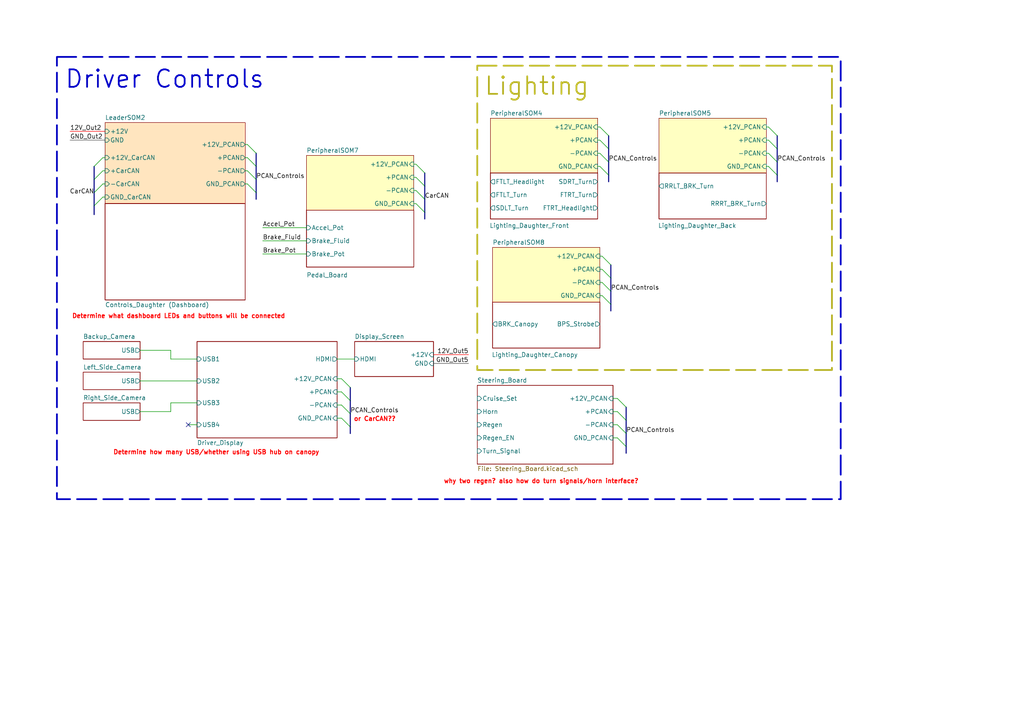
<source format=kicad_sch>
(kicad_sch
	(version 20250114)
	(generator "eeschema")
	(generator_version "9.0")
	(uuid "00b14a7a-5a30-456c-ade6-d9fb3bc1a72c")
	(paper "A4")
	(lib_symbols)
	(rectangle
		(start 16.51 16.51)
		(end 243.84 144.78)
		(stroke
			(width 0.508)
			(type dash)
		)
		(fill
			(type none)
		)
		(uuid 17bb2690-2eba-4159-a025-8cd7618a441d)
	)
	(rectangle
		(start 138.43 19.05)
		(end 241.3 107.315)
		(stroke
			(width 0.508)
			(type dash)
			(color 183 178 33 1)
		)
		(fill
			(type none)
		)
		(uuid ab47a0b1-fbc6-457b-b109-95a2a476a350)
	)
	(text "Lighting"
		(exclude_from_sim no)
		(at 155.702 25.146 0)
		(effects
			(font
				(size 5.08 5.08)
				(thickness 0.508)
				(bold yes)
				(color 183 178 33 1)
			)
		)
		(uuid "32da03be-3dbd-4d4e-aced-7953eeba6f1b")
	)
	(text "Driver Controls"
		(exclude_from_sim no)
		(at 47.752 23.114 0)
		(effects
			(font
				(size 5.08 5.08)
				(thickness 0.508)
				(bold yes)
			)
		)
		(uuid "4dc37d12-56db-4c8e-ba20-1a7c405c48cc")
	)
	(text "Determine what dashboard LEDs and buttons will be connected"
		(exclude_from_sim no)
		(at 51.816 91.821 0)
		(effects
			(font
				(size 1.27 1.27)
				(thickness 0.254)
				(bold yes)
				(color 254 0 0 1)
			)
		)
		(uuid "56b90a55-0da0-4f34-8b2c-17564825f030")
	)
	(text "why two regen? also how do turn signals/horn interface?"
		(exclude_from_sim no)
		(at 156.972 139.7 0)
		(effects
			(font
				(size 1.27 1.27)
				(thickness 0.254)
				(bold yes)
				(color 254 0 0 1)
			)
		)
		(uuid "816174e3-e9f2-419c-b317-ae13dc4ba9f3")
	)
	(text "Determine how many USB/whether using USB hub on canopy"
		(exclude_from_sim no)
		(at 62.738 131.318 0)
		(effects
			(font
				(size 1.27 1.27)
				(thickness 0.254)
				(bold yes)
				(color 254 0 0 1)
			)
		)
		(uuid "92320917-ea8f-4108-bc03-eb8cbdddfe0d")
	)
	(text "or CarCAN??"
		(exclude_from_sim no)
		(at 108.712 121.666 0)
		(effects
			(font
				(size 1.27 1.27)
				(thickness 0.254)
				(bold yes)
				(color 254 0 0 1)
			)
		)
		(uuid "f9968e35-8903-4a5a-a1d1-728a49194d13")
	)
	(no_connect
		(at 54.61 123.19)
		(uuid "0618721a-de9b-43d5-a072-9225a5fbd36a")
	)
	(bus_entry
		(at 99.06 109.855)
		(size 2.54 2.54)
		(stroke
			(width 0)
			(type default)
		)
		(uuid "05526cab-db14-48ef-b17c-97a93b95ee81")
	)
	(bus_entry
		(at 27.305 59.69)
		(size 2.54 -2.54)
		(stroke
			(width 0)
			(type default)
		)
		(uuid "0c0e7be8-bd42-4b52-9075-4cd2effa61d3")
	)
	(bus_entry
		(at 27.305 52.07)
		(size 2.54 -2.54)
		(stroke
			(width 0)
			(type default)
		)
		(uuid "0e4fedbd-7da9-48c8-8918-617c8f3796cb")
	)
	(bus_entry
		(at 173.99 40.64)
		(size 2.54 2.54)
		(stroke
			(width 0)
			(type default)
		)
		(uuid "0eb8470c-8911-4410-8676-cb399fc7dd55")
	)
	(bus_entry
		(at 173.99 44.45)
		(size 2.54 2.54)
		(stroke
			(width 0)
			(type default)
		)
		(uuid "148d6f4d-9ad6-4052-b97f-3997da0e7d11")
	)
	(bus_entry
		(at 71.755 49.53)
		(size 2.54 2.54)
		(stroke
			(width 0)
			(type default)
		)
		(uuid "16347595-b12f-4c1c-b588-b86871b4b7c1")
	)
	(bus_entry
		(at 179.07 119.38)
		(size 2.54 2.54)
		(stroke
			(width 0)
			(type default)
		)
		(uuid "2d9faa60-2abb-41d8-8f3b-8677e57fd228")
	)
	(bus_entry
		(at 222.885 40.64)
		(size 2.54 2.54)
		(stroke
			(width 0)
			(type default)
		)
		(uuid "2ea2c4c6-671a-49fb-a260-e5af48fca24f")
	)
	(bus_entry
		(at 222.885 48.26)
		(size 2.54 2.54)
		(stroke
			(width 0)
			(type default)
		)
		(uuid "3406712d-d4b3-49c1-a34d-2272bb41bbf5")
	)
	(bus_entry
		(at 174.625 74.295)
		(size 2.54 2.54)
		(stroke
			(width 0)
			(type default)
		)
		(uuid "5bbe53a2-1f6e-4ba2-bdd7-b06f289e2d2f")
	)
	(bus_entry
		(at 174.625 81.915)
		(size 2.54 2.54)
		(stroke
			(width 0)
			(type default)
		)
		(uuid "6595d7dc-0889-4568-8320-38289987af57")
	)
	(bus_entry
		(at 174.625 85.725)
		(size 2.54 2.54)
		(stroke
			(width 0)
			(type default)
		)
		(uuid "65b6d894-44ff-43c6-b08e-0b22647fd172")
	)
	(bus_entry
		(at 71.755 53.34)
		(size 2.54 2.54)
		(stroke
			(width 0)
			(type default)
		)
		(uuid "68f2d4dd-51a8-477a-b2e5-567a9d865ece")
	)
	(bus_entry
		(at 173.99 48.26)
		(size 2.54 2.54)
		(stroke
			(width 0)
			(type default)
		)
		(uuid "6a8f28a4-747a-439b-a42c-2f04aa1dd4e8")
	)
	(bus_entry
		(at 99.06 121.285)
		(size 2.54 2.54)
		(stroke
			(width 0)
			(type default)
		)
		(uuid "6f800c5b-bfe5-4043-abfb-64f18b09ad47")
	)
	(bus_entry
		(at 222.885 36.83)
		(size 2.54 2.54)
		(stroke
			(width 0)
			(type default)
		)
		(uuid "71294209-185d-4b19-8f60-ed275c1898dd")
	)
	(bus_entry
		(at 174.625 78.105)
		(size 2.54 2.54)
		(stroke
			(width 0)
			(type default)
		)
		(uuid "7a3f4b27-6599-4fef-8f8e-439002eb0ee1")
	)
	(bus_entry
		(at 179.07 127)
		(size 2.54 2.54)
		(stroke
			(width 0)
			(type default)
		)
		(uuid "7c667d0e-1613-4dd6-8407-d53fd35d1a75")
	)
	(bus_entry
		(at 27.305 55.88)
		(size 2.54 -2.54)
		(stroke
			(width 0)
			(type default)
		)
		(uuid "87d002d8-9d92-461e-8e5c-85844e7c11a9")
	)
	(bus_entry
		(at 173.99 36.83)
		(size 2.54 2.54)
		(stroke
			(width 0)
			(type default)
		)
		(uuid "8ca3dca4-ed6b-4cdb-89f5-201755d1c9e3")
	)
	(bus_entry
		(at 120.65 59.055)
		(size 2.54 2.54)
		(stroke
			(width 0)
			(type default)
		)
		(uuid "9416b214-f940-4615-b018-9e6e6cbdd085")
	)
	(bus_entry
		(at 120.65 55.245)
		(size 2.54 2.54)
		(stroke
			(width 0)
			(type default)
		)
		(uuid "b09a5eb1-b7e8-41f6-81c8-e3a6ccc98a3c")
	)
	(bus_entry
		(at 120.65 47.625)
		(size 2.54 2.54)
		(stroke
			(width 0)
			(type default)
		)
		(uuid "b639aebe-22f7-4a70-b6d6-5543377ee3d6")
	)
	(bus_entry
		(at 27.305 48.26)
		(size 2.54 -2.54)
		(stroke
			(width 0)
			(type default)
		)
		(uuid "b76be59f-2cb6-4146-9a89-8ec887ccd1e5")
	)
	(bus_entry
		(at 120.65 51.435)
		(size 2.54 2.54)
		(stroke
			(width 0)
			(type default)
		)
		(uuid "c4e206fe-9f6e-4691-9285-bf9b251c6efe")
	)
	(bus_entry
		(at 99.06 113.665)
		(size 2.54 2.54)
		(stroke
			(width 0)
			(type default)
		)
		(uuid "cad519a7-a00b-4298-98e5-67a0685720c8")
	)
	(bus_entry
		(at 179.07 123.19)
		(size 2.54 2.54)
		(stroke
			(width 0)
			(type default)
		)
		(uuid "d1bcc467-7e73-4386-97d2-ef4a90d55af7")
	)
	(bus_entry
		(at 179.07 115.57)
		(size 2.54 2.54)
		(stroke
			(width 0)
			(type default)
		)
		(uuid "d2092f05-ba5e-4f7f-ac15-6d5c8c154aed")
	)
	(bus_entry
		(at 222.885 44.45)
		(size 2.54 2.54)
		(stroke
			(width 0)
			(type default)
		)
		(uuid "e415ee33-4dad-4fdc-88ca-618f512218d0")
	)
	(bus_entry
		(at 99.06 117.475)
		(size 2.54 2.54)
		(stroke
			(width 0)
			(type default)
		)
		(uuid "e8c21395-7d3e-41e4-9243-38e5ecd002b6")
	)
	(bus_entry
		(at 71.755 45.72)
		(size 2.54 2.54)
		(stroke
			(width 0)
			(type default)
		)
		(uuid "fc3b7438-10eb-4e81-b49c-e5ccb0f18858")
	)
	(bus_entry
		(at 71.755 41.91)
		(size 2.54 2.54)
		(stroke
			(width 0)
			(type default)
		)
		(uuid "fdb7002c-5631-4a1c-858a-a2a41c0905d2")
	)
	(wire
		(pts
			(xy 97.79 113.665) (xy 99.06 113.665)
		)
		(stroke
			(width 0)
			(type default)
		)
		(uuid "03233e9c-d0f3-4bd5-ad40-d56248b6bd7b")
	)
	(wire
		(pts
			(xy 120.015 59.055) (xy 120.65 59.055)
		)
		(stroke
			(width 0)
			(type default)
		)
		(uuid "074ac8ea-8575-433e-91ef-9ef41bc1b640")
	)
	(bus
		(pts
			(xy 181.61 125.73) (xy 181.61 129.54)
		)
		(stroke
			(width 0)
			(type default)
		)
		(uuid "09826d1f-bfe2-4b55-b230-1af041b8bfbc")
	)
	(wire
		(pts
			(xy 177.8 123.19) (xy 179.07 123.19)
		)
		(stroke
			(width 0)
			(type default)
		)
		(uuid "0a24f816-abe6-4d36-b5e5-4219d98e5903")
	)
	(bus
		(pts
			(xy 177.165 84.455) (xy 177.165 88.265)
		)
		(stroke
			(width 0)
			(type default)
		)
		(uuid "1090660d-8612-4cbc-b9b9-a1a6a827c14d")
	)
	(bus
		(pts
			(xy 123.19 53.975) (xy 123.19 57.785)
		)
		(stroke
			(width 0)
			(type default)
		)
		(uuid "149e8ef1-aff8-4433-afcd-2ecc4f598119")
	)
	(wire
		(pts
			(xy 173.355 36.83) (xy 173.99 36.83)
		)
		(stroke
			(width 0)
			(type default)
		)
		(uuid "17d875eb-819b-4614-b58c-689ae6da0c87")
	)
	(wire
		(pts
			(xy 120.015 47.625) (xy 120.65 47.625)
		)
		(stroke
			(width 0)
			(type default)
		)
		(uuid "1a0ad2a8-60d8-490b-8447-e8c17325fd1a")
	)
	(wire
		(pts
			(xy 97.79 121.285) (xy 99.06 121.285)
		)
		(stroke
			(width 0)
			(type default)
		)
		(uuid "1e4bf154-aff8-4f50-90f7-fe6f5ed42a20")
	)
	(wire
		(pts
			(xy 76.2 66.04) (xy 88.9 66.04)
		)
		(stroke
			(width 0)
			(type default)
		)
		(uuid "2232b283-159a-4d11-a08c-931dacea205e")
	)
	(wire
		(pts
			(xy 20.32 40.64) (xy 30.48 40.64)
		)
		(stroke
			(width 0)
			(type default)
			(color 72 72 72 1)
		)
		(uuid "28a43c97-a109-44c1-abe9-d5ebd7c88ea2")
	)
	(bus
		(pts
			(xy 181.61 121.92) (xy 181.61 125.73)
		)
		(stroke
			(width 0)
			(type default)
		)
		(uuid "293fae6c-8d0f-4514-96e8-4bb3ca3a31db")
	)
	(bus
		(pts
			(xy 74.295 44.45) (xy 74.295 48.26)
		)
		(stroke
			(width 0)
			(type default)
		)
		(uuid "2b643977-4540-46e8-9b63-c4c915ba0c57")
	)
	(bus
		(pts
			(xy 74.295 52.07) (xy 74.295 55.88)
		)
		(stroke
			(width 0)
			(type default)
		)
		(uuid "2cba8e65-8e61-4ab7-9ca3-e274d4c0d188")
	)
	(wire
		(pts
			(xy 97.79 117.475) (xy 99.06 117.475)
		)
		(stroke
			(width 0)
			(type default)
		)
		(uuid "3039f92f-d86d-4a6c-acbb-4995166e5b5a")
	)
	(wire
		(pts
			(xy 54.61 123.19) (xy 57.15 123.19)
		)
		(stroke
			(width 0)
			(type default)
		)
		(uuid "32c9a8dd-0504-425e-8497-1129096cdc27")
	)
	(wire
		(pts
			(xy 135.89 105.41) (xy 125.73 105.41)
		)
		(stroke
			(width 0)
			(type default)
			(color 72 72 72 1)
		)
		(uuid "32f396b8-c125-4df6-85a4-4f17b165913f")
	)
	(wire
		(pts
			(xy 173.355 48.26) (xy 173.99 48.26)
		)
		(stroke
			(width 0)
			(type default)
		)
		(uuid "35f240ac-e153-4a5d-af8a-29d635cd92bc")
	)
	(wire
		(pts
			(xy 71.12 41.91) (xy 71.755 41.91)
		)
		(stroke
			(width 0)
			(type default)
		)
		(uuid "36b9abed-0a5c-4677-9fd5-acb6a8d3222c")
	)
	(bus
		(pts
			(xy 27.305 52.07) (xy 27.305 55.88)
		)
		(stroke
			(width 0)
			(type default)
		)
		(uuid "3911ac69-a108-47da-b347-d3d607bf0810")
	)
	(bus
		(pts
			(xy 176.53 50.8) (xy 176.53 52.705)
		)
		(stroke
			(width 0)
			(type default)
		)
		(uuid "3bec3352-b158-4f01-b5ba-06b986ae0318")
	)
	(wire
		(pts
			(xy 177.8 115.57) (xy 179.07 115.57)
		)
		(stroke
			(width 0)
			(type default)
		)
		(uuid "3d699a53-ef40-4ad5-a982-1aa8836227a3")
	)
	(bus
		(pts
			(xy 176.53 46.99) (xy 176.53 50.8)
		)
		(stroke
			(width 0)
			(type default)
		)
		(uuid "470cfe5e-08fd-4d77-a0bc-84c75502dfd5")
	)
	(wire
		(pts
			(xy 40.64 101.6) (xy 49.53 101.6)
		)
		(stroke
			(width 0)
			(type default)
		)
		(uuid "495d275c-6c65-416a-97a2-e66fe9829d85")
	)
	(bus
		(pts
			(xy 176.53 39.37) (xy 176.53 43.18)
		)
		(stroke
			(width 0)
			(type default)
		)
		(uuid "4ebddea4-cf36-44c2-8d76-183f12c82e55")
	)
	(wire
		(pts
			(xy 222.25 40.64) (xy 222.885 40.64)
		)
		(stroke
			(width 0)
			(type default)
		)
		(uuid "516d1364-92ad-468b-8e41-658ffed85b2f")
	)
	(bus
		(pts
			(xy 225.425 46.99) (xy 225.425 50.8)
		)
		(stroke
			(width 0)
			(type default)
		)
		(uuid "51bc3a0e-0c04-40c9-b032-1cf83788cbd5")
	)
	(bus
		(pts
			(xy 123.19 61.595) (xy 123.19 63.5)
		)
		(stroke
			(width 0)
			(type default)
		)
		(uuid "51c4cccb-c16e-4f23-9a4f-2668a03fc3c6")
	)
	(wire
		(pts
			(xy 97.79 104.14) (xy 102.87 104.14)
		)
		(stroke
			(width 0)
			(type default)
		)
		(uuid "527c79ce-97fe-444c-8e04-24ba5a45606e")
	)
	(wire
		(pts
			(xy 76.2 73.66) (xy 88.9 73.66)
		)
		(stroke
			(width 0)
			(type default)
		)
		(uuid "554e7790-a3ba-40b5-80f1-73c5e4157c01")
	)
	(wire
		(pts
			(xy 29.845 49.53) (xy 30.48 49.53)
		)
		(stroke
			(width 0)
			(type default)
		)
		(uuid "58c5b42e-1ce9-408a-a692-df5c370f64e5")
	)
	(wire
		(pts
			(xy 222.25 36.83) (xy 222.885 36.83)
		)
		(stroke
			(width 0)
			(type default)
		)
		(uuid "59a31737-5c5d-4ee6-8b98-b3ab14296596")
	)
	(wire
		(pts
			(xy 222.25 44.45) (xy 222.885 44.45)
		)
		(stroke
			(width 0)
			(type default)
		)
		(uuid "5aa51f98-a079-4efd-b66b-20a0517b4779")
	)
	(bus
		(pts
			(xy 225.425 39.37) (xy 225.425 43.18)
		)
		(stroke
			(width 0)
			(type default)
		)
		(uuid "5d2cd2f5-5861-4da3-9ea0-f14ce80c93bf")
	)
	(wire
		(pts
			(xy 20.32 38.1) (xy 30.48 38.1)
		)
		(stroke
			(width 0)
			(type default)
			(color 254 0 0 1)
		)
		(uuid "5fd95a35-d720-488f-bef6-33834dc1249e")
	)
	(bus
		(pts
			(xy 27.305 55.88) (xy 27.305 59.69)
		)
		(stroke
			(width 0)
			(type default)
		)
		(uuid "61933fed-67bf-4719-ae9f-e993fb481b79")
	)
	(bus
		(pts
			(xy 225.425 50.8) (xy 225.425 52.705)
		)
		(stroke
			(width 0)
			(type default)
		)
		(uuid "65e22cc2-8d38-44ea-b97a-9187c3ca3582")
	)
	(bus
		(pts
			(xy 101.6 120.015) (xy 101.6 123.825)
		)
		(stroke
			(width 0)
			(type default)
		)
		(uuid "6d7eb085-d8fe-485e-a5f7-a7a466a8df64")
	)
	(bus
		(pts
			(xy 101.6 112.395) (xy 101.6 116.205)
		)
		(stroke
			(width 0)
			(type default)
		)
		(uuid "78bed779-ffcb-4ea5-9260-94f6b46107a7")
	)
	(bus
		(pts
			(xy 181.61 118.11) (xy 181.61 121.92)
		)
		(stroke
			(width 0)
			(type default)
		)
		(uuid "7c1f8fe2-b6e0-4132-a281-9ebb340e414f")
	)
	(wire
		(pts
			(xy 29.845 57.15) (xy 30.48 57.15)
		)
		(stroke
			(width 0)
			(type default)
		)
		(uuid "82494150-fa47-4d55-a157-b57d1e30ef65")
	)
	(wire
		(pts
			(xy 29.845 53.34) (xy 30.48 53.34)
		)
		(stroke
			(width 0)
			(type default)
		)
		(uuid "82c18c87-224a-4617-83b1-2a609f6c76da")
	)
	(wire
		(pts
			(xy 71.12 49.53) (xy 71.755 49.53)
		)
		(stroke
			(width 0)
			(type default)
		)
		(uuid "853d6c2b-7add-406b-9469-7988f15c37a9")
	)
	(bus
		(pts
			(xy 74.295 55.88) (xy 74.295 57.785)
		)
		(stroke
			(width 0)
			(type default)
		)
		(uuid "8561e524-dfbc-475c-92a2-b2aeb925497e")
	)
	(wire
		(pts
			(xy 173.355 44.45) (xy 173.99 44.45)
		)
		(stroke
			(width 0)
			(type default)
		)
		(uuid "899b5a47-888f-4c9d-b845-0ea2f45dab35")
	)
	(wire
		(pts
			(xy 49.53 101.6) (xy 49.53 104.14)
		)
		(stroke
			(width 0)
			(type default)
		)
		(uuid "91d790ba-fe89-4ef4-bd51-607d49392105")
	)
	(wire
		(pts
			(xy 173.99 81.915) (xy 174.625 81.915)
		)
		(stroke
			(width 0)
			(type default)
		)
		(uuid "9607f342-99b5-47c5-9484-3bc41b3c3b34")
	)
	(wire
		(pts
			(xy 173.99 78.105) (xy 174.625 78.105)
		)
		(stroke
			(width 0)
			(type default)
		)
		(uuid "9eb1da9b-ace3-4bd9-b4c6-7640ffb00ee3")
	)
	(bus
		(pts
			(xy 27.305 59.69) (xy 27.305 62.23)
		)
		(stroke
			(width 0)
			(type default)
		)
		(uuid "a4772db1-f814-4b36-bdb5-aa899a3c55b3")
	)
	(wire
		(pts
			(xy 173.355 40.64) (xy 173.99 40.64)
		)
		(stroke
			(width 0)
			(type default)
		)
		(uuid "a4f5414f-008a-4343-8f16-bc11beec7c3c")
	)
	(bus
		(pts
			(xy 177.165 76.835) (xy 177.165 80.645)
		)
		(stroke
			(width 0)
			(type default)
		)
		(uuid "a8608cba-104e-49b2-8cab-42edd217e29a")
	)
	(wire
		(pts
			(xy 177.8 127) (xy 179.07 127)
		)
		(stroke
			(width 0)
			(type default)
		)
		(uuid "b1df3033-48bd-4365-aea2-be24c0833aa3")
	)
	(wire
		(pts
			(xy 173.99 74.295) (xy 174.625 74.295)
		)
		(stroke
			(width 0)
			(type default)
		)
		(uuid "b3ed95fc-1d6b-4a3c-a670-9057838fdb03")
	)
	(wire
		(pts
			(xy 71.12 45.72) (xy 71.755 45.72)
		)
		(stroke
			(width 0)
			(type default)
		)
		(uuid "b4ac9629-3fec-4742-96c8-68aea2d6967e")
	)
	(wire
		(pts
			(xy 49.53 119.38) (xy 49.53 116.84)
		)
		(stroke
			(width 0)
			(type default)
		)
		(uuid "b6eaabfc-3cc6-43e3-9685-1594895abb56")
	)
	(wire
		(pts
			(xy 173.99 85.725) (xy 174.625 85.725)
		)
		(stroke
			(width 0)
			(type default)
		)
		(uuid "b7b15e4a-eeec-4d4a-b2bb-dd5cee56284f")
	)
	(bus
		(pts
			(xy 176.53 43.18) (xy 176.53 46.99)
		)
		(stroke
			(width 0)
			(type default)
		)
		(uuid "bc921b3d-6eed-4a29-8861-7df37ceefa31")
	)
	(wire
		(pts
			(xy 177.8 119.38) (xy 179.07 119.38)
		)
		(stroke
			(width 0)
			(type default)
		)
		(uuid "c1c14292-62a1-4a82-bcd0-8a46013c88d2")
	)
	(bus
		(pts
			(xy 225.425 43.18) (xy 225.425 46.99)
		)
		(stroke
			(width 0)
			(type default)
		)
		(uuid "c499d3e3-ad55-4334-b90f-15b7b26cf194")
	)
	(wire
		(pts
			(xy 40.64 119.38) (xy 49.53 119.38)
		)
		(stroke
			(width 0)
			(type default)
		)
		(uuid "c813590d-1549-4773-9402-fa8261970578")
	)
	(wire
		(pts
			(xy 76.2 69.85) (xy 88.9 69.85)
		)
		(stroke
			(width 0)
			(type default)
		)
		(uuid "d1c6756c-fc80-4304-ab64-f880aec502c2")
	)
	(wire
		(pts
			(xy 135.89 102.87) (xy 125.73 102.87)
		)
		(stroke
			(width 0)
			(type default)
			(color 254 0 0 1)
		)
		(uuid "d3dc7020-4388-4d19-ae13-fad74b26aa57")
	)
	(bus
		(pts
			(xy 27.305 48.26) (xy 27.305 52.07)
		)
		(stroke
			(width 0)
			(type default)
		)
		(uuid "d77a8629-8155-49f1-944f-88104830325f")
	)
	(wire
		(pts
			(xy 222.25 48.26) (xy 222.885 48.26)
		)
		(stroke
			(width 0)
			(type default)
		)
		(uuid "d8be4d8f-b03b-4c4b-af4f-0fdb47957251")
	)
	(wire
		(pts
			(xy 40.64 110.49) (xy 57.15 110.49)
		)
		(stroke
			(width 0)
			(type default)
		)
		(uuid "d9d4cad3-e5cb-466d-96b9-fe670410d9c7")
	)
	(wire
		(pts
			(xy 49.53 116.84) (xy 57.15 116.84)
		)
		(stroke
			(width 0)
			(type default)
		)
		(uuid "dd9cf567-b5d8-4d0b-9ee5-b6134843b718")
	)
	(bus
		(pts
			(xy 74.295 48.26) (xy 74.295 52.07)
		)
		(stroke
			(width 0)
			(type default)
		)
		(uuid "dfea43cd-6c32-47fb-aaed-ed573cd23277")
	)
	(bus
		(pts
			(xy 177.165 88.265) (xy 177.165 90.17)
		)
		(stroke
			(width 0)
			(type default)
		)
		(uuid "e84ad596-2e4e-4290-a6d5-a558a84ed63d")
	)
	(wire
		(pts
			(xy 29.845 45.72) (xy 30.48 45.72)
		)
		(stroke
			(width 0)
			(type default)
		)
		(uuid "e8ae382f-e766-49ef-b572-0ba73c9b3662")
	)
	(bus
		(pts
			(xy 123.19 50.165) (xy 123.19 53.975)
		)
		(stroke
			(width 0)
			(type default)
		)
		(uuid "eb480a22-c45e-465c-a207-e8bcdec77ea5")
	)
	(wire
		(pts
			(xy 120.015 55.245) (xy 120.65 55.245)
		)
		(stroke
			(width 0)
			(type default)
		)
		(uuid "ec0d1f64-ec7a-46c5-a329-6e1cfc8dd2f0")
	)
	(wire
		(pts
			(xy 49.53 104.14) (xy 57.15 104.14)
		)
		(stroke
			(width 0)
			(type default)
		)
		(uuid "ec1d3f4d-dc7c-493c-874d-70bfbc6d8a3d")
	)
	(bus
		(pts
			(xy 123.19 57.785) (xy 123.19 61.595)
		)
		(stroke
			(width 0)
			(type default)
		)
		(uuid "ece1f32c-6ef1-497a-9d84-da10172d1eaf")
	)
	(bus
		(pts
			(xy 101.6 116.205) (xy 101.6 120.015)
		)
		(stroke
			(width 0)
			(type default)
		)
		(uuid "eea34bf5-b915-4248-ade9-d7c6c9ec82fb")
	)
	(bus
		(pts
			(xy 181.61 129.54) (xy 181.61 131.445)
		)
		(stroke
			(width 0)
			(type default)
		)
		(uuid "f0f2e969-6959-4a72-af41-338737b35713")
	)
	(wire
		(pts
			(xy 120.015 51.435) (xy 120.65 51.435)
		)
		(stroke
			(width 0)
			(type default)
		)
		(uuid "f3f3b7e9-033c-4f70-8e4f-b2d2a7be877e")
	)
	(bus
		(pts
			(xy 177.165 80.645) (xy 177.165 84.455)
		)
		(stroke
			(width 0)
			(type default)
		)
		(uuid "f51b5bbf-c6d5-4521-ab8f-f012f3d7bfcc")
	)
	(wire
		(pts
			(xy 97.79 109.855) (xy 99.06 109.855)
		)
		(stroke
			(width 0)
			(type default)
		)
		(uuid "f8ebee79-bb7c-4000-8d0f-3b5c881be281")
	)
	(wire
		(pts
			(xy 71.12 53.34) (xy 71.755 53.34)
		)
		(stroke
			(width 0)
			(type default)
		)
		(uuid "fd1565a7-3c63-406b-ad47-68ef9abf0df1")
	)
	(bus
		(pts
			(xy 101.6 123.825) (xy 101.6 125.73)
		)
		(stroke
			(width 0)
			(type default)
		)
		(uuid "ff6eb475-c8ba-4a75-ab5b-df7a899d77fa")
	)
	(label "PCAN_Controls"
		(at 177.165 84.455 0)
		(effects
			(font
				(size 1.27 1.27)
			)
			(justify left bottom)
		)
		(uuid "26f70763-a51d-4479-a4ec-6132c7e107fc")
	)
	(label "GND_Out2"
		(at 20.32 40.64 0)
		(effects
			(font
				(size 1.27 1.27)
			)
			(justify left bottom)
		)
		(uuid "313aaff9-4caf-4ad0-ac3a-3b8b152792e1")
	)
	(label "Brake_Pot"
		(at 76.2 73.66 0)
		(effects
			(font
				(size 1.27 1.27)
			)
			(justify left bottom)
		)
		(uuid "456d3658-509b-43fc-ac8c-6ea3fca987c4")
	)
	(label "CarCAN"
		(at 27.305 56.515 180)
		(effects
			(font
				(size 1.27 1.27)
			)
			(justify right bottom)
		)
		(uuid "482e143c-3a7a-479c-8f5b-233d34d06ff5")
	)
	(label "Brake_Fluid"
		(at 76.2 69.85 0)
		(effects
			(font
				(size 1.27 1.27)
			)
			(justify left bottom)
		)
		(uuid "6a3c16ef-908a-465d-ab68-864fe1c5ba70")
	)
	(label "12V_Out2"
		(at 20.32 38.1 0)
		(effects
			(font
				(size 1.27 1.27)
			)
			(justify left bottom)
		)
		(uuid "7409ccf7-dea1-43b4-9197-2ee3bbe8a962")
	)
	(label "PCAN_Controls"
		(at 181.61 125.73 0)
		(effects
			(font
				(size 1.27 1.27)
			)
			(justify left bottom)
		)
		(uuid "7c86c887-0849-4638-8cde-965c886283b9")
	)
	(label "PCAN_Controls"
		(at 176.53 46.99 0)
		(effects
			(font
				(size 1.27 1.27)
			)
			(justify left bottom)
		)
		(uuid "7e5ec375-316a-4b70-843d-f14b223083c1")
	)
	(label "PCAN_Controls"
		(at 101.6 120.015 0)
		(effects
			(font
				(size 1.27 1.27)
			)
			(justify left bottom)
		)
		(uuid "87952527-e4bd-4790-bda2-653bebdd2d1b")
	)
	(label "GND_Out5"
		(at 135.89 105.41 180)
		(effects
			(font
				(size 1.27 1.27)
			)
			(justify right bottom)
		)
		(uuid "99df2577-f660-40c1-8c54-0959d6932917")
	)
	(label "12V_Out5"
		(at 135.89 102.87 180)
		(effects
			(font
				(size 1.27 1.27)
			)
			(justify right bottom)
		)
		(uuid "c1eca027-127e-482a-955c-697f70879651")
	)
	(label "Accel_Pot"
		(at 76.2 66.04 0)
		(effects
			(font
				(size 1.27 1.27)
			)
			(justify left bottom)
		)
		(uuid "c94155a3-cc25-45fd-822d-942ab55d33de")
	)
	(label "CarCAN"
		(at 123.19 57.785 0)
		(effects
			(font
				(size 1.27 1.27)
			)
			(justify left bottom)
		)
		(uuid "cae79ae3-3eac-40df-8ae9-0650fd0240d4")
	)
	(label "PCAN_Controls"
		(at 225.425 46.99 0)
		(effects
			(font
				(size 1.27 1.27)
			)
			(justify left bottom)
		)
		(uuid "cc57cf13-cb36-476f-9481-4969a500e80b")
	)
	(label "PCAN_Controls"
		(at 74.295 52.07 0)
		(effects
			(font
				(size 1.27 1.27)
			)
			(justify left bottom)
		)
		(uuid "dbbbfff8-3d84-4c1f-94be-a2bf8c068119")
	)
	(sheet
		(at 102.87 99.06)
		(size 22.86 10.16)
		(exclude_from_sim no)
		(in_bom yes)
		(on_board yes)
		(dnp no)
		(fields_autoplaced yes)
		(stroke
			(width 0.1524)
			(type solid)
		)
		(fill
			(color 0 0 0 0.0000)
		)
		(uuid "38bfecff-6970-4d39-ad8e-2cf7b7addf33")
		(property "Sheetname" "Display_Screen"
			(at 102.87 98.3484 0)
			(effects
				(font
					(size 1.27 1.27)
				)
				(justify left bottom)
			)
		)
		(property "Sheetfile" "Display_Screen.kicad_sch"
			(at 102.87 109.8046 0)
			(effects
				(font
					(size 1.27 1.27)
				)
				(justify left top)
				(hide yes)
			)
		)
		(pin "HDMI" input
			(at 102.87 104.14 180)
			(uuid "7d107acb-5ef1-4b44-bf20-9d7afa894ab5")
			(effects
				(font
					(size 1.27 1.27)
				)
				(justify left)
			)
		)
		(pin "+12V" input
			(at 125.73 102.87 0)
			(uuid "095b204c-837d-4b79-a19b-acd45488ac10")
			(effects
				(font
					(size 1.27 1.27)
				)
				(justify right)
			)
		)
		(pin "GND" input
			(at 125.73 105.41 0)
			(uuid "05fbcb48-f86a-4c8a-ae35-064830f70aac")
			(effects
				(font
					(size 1.27 1.27)
				)
				(justify right)
			)
		)
		(instances
			(project "ElectricalSystem"
				(path "/7dc721ab-4b7a-42e7-8fa4-f406a2ddcd46/03930dbf-9371-435b-be3e-8b1aa896dbdc"
					(page "8")
				)
			)
		)
	)
	(sheet
		(at 142.875 87.63)
		(size 31.115 13.335)
		(exclude_from_sim no)
		(in_bom yes)
		(on_board yes)
		(dnp no)
		(stroke
			(width 0.1524)
			(type solid)
		)
		(fill
			(color 0 0 0 0.0000)
		)
		(uuid "5b87ca21-8d94-4232-8b15-56827d035ff1")
		(property "Sheetname" "Lighting_Daughter_Canopy"
			(at 142.621 103.632 0)
			(effects
				(font
					(size 1.27 1.27)
				)
				(justify left bottom)
			)
		)
		(property "Sheetfile" "Lighting_Daughter_Canopy.kicad_sch"
			(at 142.875 109.8046 0)
			(effects
				(font
					(size 1.27 1.27)
				)
				(justify left top)
				(hide yes)
			)
		)
		(property "Field2" ""
			(at 142.875 87.63 0)
			(effects
				(font
					(size 1.27 1.27)
				)
			)
		)
		(pin "BRK_Canopy" output
			(at 142.875 93.98 180)
			(uuid "fdb5d3f0-3114-42ee-ad06-93954474356d")
			(effects
				(font
					(size 1.27 1.27)
				)
				(justify left)
			)
		)
		(pin "BPS_Strobe" output
			(at 173.99 93.98 0)
			(uuid "2a461430-a11f-441a-a3a5-71da715ecdbe")
			(effects
				(font
					(size 1.27 1.27)
				)
				(justify right)
			)
		)
		(instances
			(project "ElectricalSystem"
				(path "/7dc721ab-4b7a-42e7-8fa4-f406a2ddcd46/03930dbf-9371-435b-be3e-8b1aa896dbdc"
					(page "17")
				)
			)
		)
	)
	(sheet
		(at 191.135 50.165)
		(size 31.115 13.335)
		(exclude_from_sim no)
		(in_bom yes)
		(on_board yes)
		(dnp no)
		(stroke
			(width 0.1524)
			(type solid)
		)
		(fill
			(color 0 0 0 0.0000)
		)
		(uuid "5c0835e7-99da-4229-b7fa-94d33da2fd02")
		(property "Sheetname" "Lighting_Daughter_Back"
			(at 190.881 66.167 0)
			(effects
				(font
					(size 1.27 1.27)
				)
				(justify left bottom)
			)
		)
		(property "Sheetfile" "Lighting_Daughter_Back.kicad_sch"
			(at 191.135 72.3396 0)
			(effects
				(font
					(size 1.27 1.27)
				)
				(justify left top)
				(hide yes)
			)
		)
		(pin "RRLT_BRK_Turn" output
			(at 191.135 53.975 180)
			(uuid "d4ce178b-b53a-4cbf-a433-6c40ec23e653")
			(effects
				(font
					(size 1.27 1.27)
				)
				(justify left)
			)
		)
		(pin "RRRT_BRK_Turn" output
			(at 222.25 59.055 0)
			(uuid "cd9b779b-039a-443e-94ee-2a876685b249")
			(effects
				(font
					(size 1.27 1.27)
				)
				(justify right)
			)
		)
		(instances
			(project "ElectricalSystem"
				(path "/7dc721ab-4b7a-42e7-8fa4-f406a2ddcd46/03930dbf-9371-435b-be3e-8b1aa896dbdc"
					(page "15")
				)
			)
		)
	)
	(sheet
		(at 142.24 34.29)
		(size 31.115 15.875)
		(exclude_from_sim no)
		(in_bom yes)
		(on_board yes)
		(dnp no)
		(fields_autoplaced yes)
		(stroke
			(width 0.1524)
			(type solid)
		)
		(fill
			(color 255 255 194 1.0000)
		)
		(uuid "5d94ebc1-f0ec-418e-9678-9399c27a1606")
		(property "Sheetname" "PeripheralSOM4"
			(at 142.24 33.5784 0)
			(effects
				(font
					(size 1.27 1.27)
				)
				(justify left bottom)
			)
		)
		(property "Sheetfile" "PeripheralSOM.kicad_sch"
			(at 142.24 50.7496 0)
			(effects
				(font
					(size 1.27 1.27)
				)
				(justify left top)
				(hide yes)
			)
		)
		(pin "+12V_PCAN" input
			(at 173.355 36.83 0)
			(uuid "6ebe857a-a1b0-41d0-a565-72e74b587e8f")
			(effects
				(font
					(size 1.27 1.27)
				)
				(justify right)
			)
		)
		(pin "GND_PCAN" input
			(at 173.355 48.26 0)
			(uuid "40cbbfc3-b868-41b4-8eba-afb031d6e9a8")
			(effects
				(font
					(size 1.27 1.27)
				)
				(justify right)
			)
		)
		(pin "+PCAN" input
			(at 173.355 40.64 0)
			(uuid "0800daf0-92ce-4af5-b96c-97f71eb9e7d0")
			(effects
				(font
					(size 1.27 1.27)
				)
				(justify right)
			)
		)
		(pin "-PCAN" input
			(at 173.355 44.45 0)
			(uuid "51a03fe1-910d-4589-9d1e-b407d9e648cd")
			(effects
				(font
					(size 1.27 1.27)
				)
				(justify right)
			)
		)
		(instances
			(project "ElectricalSystem"
				(path "/7dc721ab-4b7a-42e7-8fa4-f406a2ddcd46/03930dbf-9371-435b-be3e-8b1aa896dbdc"
					(page "29")
				)
			)
		)
	)
	(sheet
		(at 88.9 60.96)
		(size 31.115 16.51)
		(exclude_from_sim no)
		(in_bom yes)
		(on_board yes)
		(dnp no)
		(stroke
			(width 0.1524)
			(type solid)
		)
		(fill
			(color 0 0 0 0.0000)
		)
		(uuid "5fb8f929-522f-4d90-bb6a-75a333b6ce81")
		(property "Sheetname" "Pedal_Board"
			(at 88.9 80.518 0)
			(effects
				(font
					(size 1.27 1.27)
				)
				(justify left bottom)
			)
		)
		(property "Sheetfile" "Pedal_Board.kicad_sch"
			(at 88.9 83.1346 0)
			(effects
				(font
					(size 1.27 1.27)
				)
				(justify left top)
				(hide yes)
			)
		)
		(pin "Accel_Pot" input
			(at 88.9 66.04 180)
			(uuid "c319fb46-ecb6-4181-824e-4738006f5a30")
			(effects
				(font
					(size 1.27 1.27)
				)
				(justify left)
			)
		)
		(pin "Brake_Fluid" input
			(at 88.9 69.85 180)
			(uuid "7df09aa5-58db-4d0a-a695-6fc913b23ed3")
			(effects
				(font
					(size 1.27 1.27)
				)
				(justify left)
			)
		)
		(pin "Brake_Pot" input
			(at 88.9 73.66 180)
			(uuid "4d9df37c-b12c-475f-9872-52c479898e14")
			(effects
				(font
					(size 1.27 1.27)
				)
				(justify left)
			)
		)
		(instances
			(project "ElectricalSystem"
				(path "/7dc721ab-4b7a-42e7-8fa4-f406a2ddcd46/03930dbf-9371-435b-be3e-8b1aa896dbdc"
					(page "21")
				)
			)
		)
	)
	(sheet
		(at 57.15 99.06)
		(size 40.64 27.94)
		(exclude_from_sim no)
		(in_bom yes)
		(on_board yes)
		(dnp no)
		(stroke
			(width 0.1524)
			(type solid)
		)
		(fill
			(color 0 0 0 0.0000)
		)
		(uuid "612fc007-7569-4f3d-a746-64df3bb413ab")
		(property "Sheetname" "Driver_Display"
			(at 57.15 129.159 0)
			(effects
				(font
					(size 1.27 1.27)
				)
				(justify left bottom)
			)
		)
		(property "Sheetfile" "Driver_Display.kicad_sch"
			(at 57.15 130.1246 0)
			(effects
				(font
					(size 1.27 1.27)
				)
				(justify left top)
				(hide yes)
			)
		)
		(property "Field2" ""
			(at 57.15 99.06 0)
			(effects
				(font
					(size 1.27 1.27)
				)
			)
		)
		(pin "+12V_PCAN" input
			(at 97.79 109.855 0)
			(uuid "6103b764-74aa-48d4-8a3d-91e259402e3d")
			(effects
				(font
					(size 1.27 1.27)
				)
				(justify right)
			)
		)
		(pin "USB1" input
			(at 57.15 104.14 180)
			(uuid "dc6be809-2589-4b8f-b3cd-34401b8b8e27")
			(effects
				(font
					(size 1.27 1.27)
				)
				(justify left)
			)
		)
		(pin "-PCAN" input
			(at 97.79 117.475 0)
			(uuid "85d8dbba-a202-426a-8054-c21c1180e9ae")
			(effects
				(font
					(size 1.27 1.27)
				)
				(justify right)
			)
		)
		(pin "GND_PCAN" input
			(at 97.79 121.285 0)
			(uuid "ac8f6d8c-02aa-4141-84d0-bd32dafafeef")
			(effects
				(font
					(size 1.27 1.27)
				)
				(justify right)
			)
		)
		(pin "USB3" input
			(at 57.15 116.84 180)
			(uuid "6e5c2e6b-4b2d-41ad-8f3e-ed3103d52aac")
			(effects
				(font
					(size 1.27 1.27)
				)
				(justify left)
			)
		)
		(pin "USB2" input
			(at 57.15 110.49 180)
			(uuid "51980c31-b0da-4ea2-8d7e-59bb48e306c6")
			(effects
				(font
					(size 1.27 1.27)
				)
				(justify left)
			)
		)
		(pin "+PCAN" input
			(at 97.79 113.665 0)
			(uuid "8e994cdb-9add-4499-b8c4-cacab407f876")
			(effects
				(font
					(size 1.27 1.27)
				)
				(justify right)
			)
		)
		(pin "USB4" input
			(at 57.15 123.19 180)
			(uuid "e1979f97-14db-4e31-be3a-8d24fa21d3db")
			(effects
				(font
					(size 1.27 1.27)
				)
				(justify left)
			)
		)
		(pin "HDMI" output
			(at 97.79 104.14 0)
			(uuid "2956ab0d-850f-413f-8ff2-a4bd49327509")
			(effects
				(font
					(size 1.27 1.27)
				)
				(justify right)
			)
		)
		(instances
			(project "ElectricalSystem"
				(path "/7dc721ab-4b7a-42e7-8fa4-f406a2ddcd46/03930dbf-9371-435b-be3e-8b1aa896dbdc"
					(page "12")
				)
			)
		)
	)
	(sheet
		(at 24.13 107.95)
		(size 16.51 5.08)
		(exclude_from_sim no)
		(in_bom yes)
		(on_board yes)
		(dnp no)
		(fields_autoplaced yes)
		(stroke
			(width 0.1524)
			(type solid)
		)
		(fill
			(color 0 0 0 0.0000)
		)
		(uuid "673e7d3f-6462-42f6-9374-0fd082b7d7ec")
		(property "Sheetname" "Left_Side_Camera"
			(at 24.13 107.2384 0)
			(effects
				(font
					(size 1.27 1.27)
				)
				(justify left bottom)
			)
		)
		(property "Sheetfile" "Backup_Camera.kicad_sch"
			(at 24.13 113.6146 0)
			(effects
				(font
					(size 1.27 1.27)
				)
				(justify left top)
				(hide yes)
			)
		)
		(pin "USB" output
			(at 40.64 110.49 0)
			(uuid "f3724fda-f99b-419a-8295-1273721b2d69")
			(effects
				(font
					(size 1.27 1.27)
				)
				(justify right)
			)
		)
		(instances
			(project "ElectricalSystem"
				(path "/7dc721ab-4b7a-42e7-8fa4-f406a2ddcd46/03930dbf-9371-435b-be3e-8b1aa896dbdc"
					(page "14")
				)
			)
		)
	)
	(sheet
		(at 24.13 99.06)
		(size 16.51 5.08)
		(exclude_from_sim no)
		(in_bom yes)
		(on_board yes)
		(dnp no)
		(fields_autoplaced yes)
		(stroke
			(width 0.1524)
			(type solid)
		)
		(fill
			(color 0 0 0 0.0000)
		)
		(uuid "7360fd04-f67b-4100-8121-b3061f69d3e5")
		(property "Sheetname" "Backup_Camera"
			(at 24.13 98.3484 0)
			(effects
				(font
					(size 1.27 1.27)
				)
				(justify left bottom)
			)
		)
		(property "Sheetfile" "Backup_Camera.kicad_sch"
			(at 24.13 104.7246 0)
			(effects
				(font
					(size 1.27 1.27)
				)
				(justify left top)
				(hide yes)
			)
		)
		(pin "USB" output
			(at 40.64 101.6 0)
			(uuid "1266d562-f1e0-4b01-9098-c8c9a47f4cc9")
			(effects
				(font
					(size 1.27 1.27)
				)
				(justify right)
			)
		)
		(instances
			(project "ElectricalSystem"
				(path "/7dc721ab-4b7a-42e7-8fa4-f406a2ddcd46/03930dbf-9371-435b-be3e-8b1aa896dbdc"
					(page "6")
				)
			)
		)
	)
	(sheet
		(at 88.9 45.085)
		(size 31.115 15.875)
		(exclude_from_sim no)
		(in_bom yes)
		(on_board yes)
		(dnp no)
		(fields_autoplaced yes)
		(stroke
			(width 0.1524)
			(type solid)
		)
		(fill
			(color 255 255 194 1.0000)
		)
		(uuid "825b6d68-f5b6-4c0a-a22f-512f5b85c926")
		(property "Sheetname" "PeripheralSOM7"
			(at 88.9 44.3734 0)
			(effects
				(font
					(size 1.27 1.27)
				)
				(justify left bottom)
			)
		)
		(property "Sheetfile" "PeripheralSOM.kicad_sch"
			(at 88.9 61.5446 0)
			(effects
				(font
					(size 1.27 1.27)
				)
				(justify left top)
				(hide yes)
			)
		)
		(pin "+12V_PCAN" input
			(at 120.015 47.625 0)
			(uuid "8d31429f-a579-404c-a4cb-5507d1851569")
			(effects
				(font
					(size 1.27 1.27)
				)
				(justify right)
			)
		)
		(pin "GND_PCAN" input
			(at 120.015 59.055 0)
			(uuid "84863458-c065-46cf-a006-fc3a13065beb")
			(effects
				(font
					(size 1.27 1.27)
				)
				(justify right)
			)
		)
		(pin "+PCAN" input
			(at 120.015 51.435 0)
			(uuid "b4855c88-24ca-4df1-a661-11af8fb9d6ce")
			(effects
				(font
					(size 1.27 1.27)
				)
				(justify right)
			)
		)
		(pin "-PCAN" input
			(at 120.015 55.245 0)
			(uuid "a60d6567-df0a-43a1-ab08-5f8b23ad90f1")
			(effects
				(font
					(size 1.27 1.27)
				)
				(justify right)
			)
		)
		(instances
			(project "ElectricalSystem"
				(path "/7dc721ab-4b7a-42e7-8fa4-f406a2ddcd46/03930dbf-9371-435b-be3e-8b1aa896dbdc"
					(page "31")
				)
			)
		)
	)
	(sheet
		(at 30.48 35.56)
		(size 40.64 23.495)
		(exclude_from_sim no)
		(in_bom yes)
		(on_board yes)
		(dnp no)
		(stroke
			(width 0.1524)
			(type solid)
		)
		(fill
			(color 255 229 191 1.0000)
		)
		(uuid "95b070eb-af65-4a4d-95f4-dc3e9d8a2c79")
		(property "Sheetname" "LeaderSOM2"
			(at 30.48 34.8484 0)
			(effects
				(font
					(size 1.27 1.27)
				)
				(justify left bottom)
			)
		)
		(property "Sheetfile" "LeaderSOM.kicad_sch"
			(at 30.353 31.75 0)
			(effects
				(font
					(size 1.27 1.27)
				)
				(justify left top)
				(hide yes)
			)
		)
		(pin "+12V" input
			(at 30.48 38.1 180)
			(uuid "fa2b0f8f-bf02-467b-9f2c-a4ff37ee591e")
			(effects
				(font
					(size 1.27 1.27)
				)
				(justify left)
			)
		)
		(pin "GND" input
			(at 30.48 40.64 180)
			(uuid "54a6dcf1-258b-4788-b24a-235cd3dd3910")
			(effects
				(font
					(size 1.27 1.27)
				)
				(justify left)
			)
		)
		(pin "+CarCAN" input
			(at 30.48 49.53 180)
			(uuid "2cf3931a-71ec-42f1-981c-1c4f059505b3")
			(effects
				(font
					(size 1.27 1.27)
				)
				(justify left)
			)
		)
		(pin "-CarCAN" input
			(at 30.48 53.34 180)
			(uuid "3158b75f-8e8a-4223-9669-4e25e77a0cdd")
			(effects
				(font
					(size 1.27 1.27)
				)
				(justify left)
			)
		)
		(pin "GND_CarCAN" input
			(at 30.48 57.15 180)
			(uuid "65952ed3-5f9b-43fc-8bf9-2708b450d6b2")
			(effects
				(font
					(size 1.27 1.27)
				)
				(justify left)
			)
		)
		(pin "+12V_PCAN" output
			(at 71.12 41.91 0)
			(uuid "e8e065ca-4b2e-4e49-af85-19149d7d747f")
			(effects
				(font
					(size 1.27 1.27)
				)
				(justify right)
			)
		)
		(pin "+PCAN" output
			(at 71.12 45.72 0)
			(uuid "cdf6bbaf-e697-4451-9d4c-bf2bf1e13c69")
			(effects
				(font
					(size 1.27 1.27)
				)
				(justify right)
			)
		)
		(pin "GND_PCAN" output
			(at 71.12 53.34 0)
			(uuid "681ef307-1349-4d0a-8a13-563b90a6d0f7")
			(effects
				(font
					(size 1.27 1.27)
				)
				(justify right)
			)
		)
		(pin "-PCAN" output
			(at 71.12 49.53 0)
			(uuid "31293f30-addb-4bf1-9f0d-850247aecf4d")
			(effects
				(font
					(size 1.27 1.27)
				)
				(justify right)
			)
		)
		(pin "+12V_CarCAN" input
			(at 30.48 45.72 180)
			(uuid "7c4f0499-d65a-4c9d-87d2-69c122d068df")
			(effects
				(font
					(size 1.27 1.27)
				)
				(justify left)
			)
		)
		(instances
			(project "ElectricalSystem"
				(path "/7dc721ab-4b7a-42e7-8fa4-f406a2ddcd46/03930dbf-9371-435b-be3e-8b1aa896dbdc"
					(page "13")
				)
			)
		)
	)
	(sheet
		(at 191.135 34.29)
		(size 31.115 15.875)
		(exclude_from_sim no)
		(in_bom yes)
		(on_board yes)
		(dnp no)
		(fields_autoplaced yes)
		(stroke
			(width 0.1524)
			(type solid)
		)
		(fill
			(color 255 255 194 1.0000)
		)
		(uuid "9a127703-df00-45e3-852e-7daed3fa749b")
		(property "Sheetname" "PeripheralSOM5"
			(at 191.135 33.5784 0)
			(effects
				(font
					(size 1.27 1.27)
				)
				(justify left bottom)
			)
		)
		(property "Sheetfile" "PeripheralSOM.kicad_sch"
			(at 191.135 50.7496 0)
			(effects
				(font
					(size 1.27 1.27)
				)
				(justify left top)
				(hide yes)
			)
		)
		(pin "+12V_PCAN" input
			(at 222.25 36.83 0)
			(uuid "ca84ab0c-aba7-465f-9587-dbb29962ceba")
			(effects
				(font
					(size 1.27 1.27)
				)
				(justify right)
			)
		)
		(pin "GND_PCAN" input
			(at 222.25 48.26 0)
			(uuid "582df534-ef02-496a-ac3f-36fdea582281")
			(effects
				(font
					(size 1.27 1.27)
				)
				(justify right)
			)
		)
		(pin "+PCAN" input
			(at 222.25 40.64 0)
			(uuid "6f0a75f9-17f9-428f-993b-acca5b8a6f62")
			(effects
				(font
					(size 1.27 1.27)
				)
				(justify right)
			)
		)
		(pin "-PCAN" input
			(at 222.25 44.45 0)
			(uuid "a0fe6a8d-cf00-4809-abd9-8a15563ce61c")
			(effects
				(font
					(size 1.27 1.27)
				)
				(justify right)
			)
		)
		(instances
			(project "ElectricalSystem"
				(path "/7dc721ab-4b7a-42e7-8fa4-f406a2ddcd46/03930dbf-9371-435b-be3e-8b1aa896dbdc"
					(page "30")
				)
			)
		)
	)
	(sheet
		(at 142.24 50.165)
		(size 31.115 13.335)
		(exclude_from_sim no)
		(in_bom yes)
		(on_board yes)
		(dnp no)
		(stroke
			(width 0.1524)
			(type solid)
		)
		(fill
			(color 0 0 0 0.0000)
		)
		(uuid "9abbd496-e24c-4284-bab7-8a72793b5b5e")
		(property "Sheetname" "Lighting_Daughter_Front"
			(at 141.986 66.167 0)
			(effects
				(font
					(size 1.27 1.27)
				)
				(justify left bottom)
			)
		)
		(property "Sheetfile" "Lighting_Daughter_Front.kicad_sch"
			(at 142.24 72.3396 0)
			(effects
				(font
					(size 1.27 1.27)
				)
				(justify left top)
				(hide yes)
			)
		)
		(pin "FTLT_Headlight" output
			(at 142.24 52.705 180)
			(uuid "d05c5b8b-994d-41a1-b7b2-214718cda5da")
			(effects
				(font
					(size 1.27 1.27)
				)
				(justify left)
			)
		)
		(pin "FTRT_Headlight" output
			(at 173.355 60.325 0)
			(uuid "abbcfbba-e42f-424d-9c91-01c7cb817d5b")
			(effects
				(font
					(size 1.27 1.27)
				)
				(justify right)
			)
		)
		(pin "FTRT_Turn" output
			(at 173.355 56.515 0)
			(uuid "7f74860b-3e8f-4c34-a98f-c97408b5c7a8")
			(effects
				(font
					(size 1.27 1.27)
				)
				(justify right)
			)
		)
		(pin "SDRT_Turn" output
			(at 173.355 52.705 0)
			(uuid "25a79cec-62ca-49bf-a261-e3d8561cf7d7")
			(effects
				(font
					(size 1.27 1.27)
				)
				(justify right)
			)
		)
		(pin "FTLT_Turn" output
			(at 142.24 56.515 180)
			(uuid "441596a5-5760-41d1-b1c3-fbd90805d713")
			(effects
				(font
					(size 1.27 1.27)
				)
				(justify left)
			)
		)
		(pin "SDLT_Turn" output
			(at 142.24 60.325 180)
			(uuid "fce3dcf7-a71a-464f-ba63-4cb8095d12f7")
			(effects
				(font
					(size 1.27 1.27)
				)
				(justify left)
			)
		)
		(instances
			(project "ElectricalSystem"
				(path "/7dc721ab-4b7a-42e7-8fa4-f406a2ddcd46/03930dbf-9371-435b-be3e-8b1aa896dbdc"
					(page "20")
				)
			)
		)
	)
	(sheet
		(at 142.875 71.755)
		(size 31.115 15.875)
		(exclude_from_sim no)
		(in_bom yes)
		(on_board yes)
		(dnp no)
		(fields_autoplaced yes)
		(stroke
			(width 0.1524)
			(type solid)
		)
		(fill
			(color 255 255 194 1.0000)
		)
		(uuid "baef4f59-8f8e-4792-90b4-ff9c0fa8b287")
		(property "Sheetname" "PeripheralSOM8"
			(at 142.875 71.0434 0)
			(effects
				(font
					(size 1.27 1.27)
				)
				(justify left bottom)
			)
		)
		(property "Sheetfile" "PeripheralSOM.kicad_sch"
			(at 142.875 88.2146 0)
			(effects
				(font
					(size 1.27 1.27)
				)
				(justify left top)
				(hide yes)
			)
		)
		(pin "+12V_PCAN" input
			(at 173.99 74.295 0)
			(uuid "48a69828-355b-49a0-a61a-4a5a444a12b4")
			(effects
				(font
					(size 1.27 1.27)
				)
				(justify right)
			)
		)
		(pin "GND_PCAN" input
			(at 173.99 85.725 0)
			(uuid "cef350f7-7adc-4b84-96b5-9fefb45e9735")
			(effects
				(font
					(size 1.27 1.27)
				)
				(justify right)
			)
		)
		(pin "+PCAN" input
			(at 173.99 78.105 0)
			(uuid "7a20b331-8a76-416f-a7ff-99358826a388")
			(effects
				(font
					(size 1.27 1.27)
				)
				(justify right)
			)
		)
		(pin "-PCAN" input
			(at 173.99 81.915 0)
			(uuid "c3071f4e-55b7-41bb-9646-685738a7ef68")
			(effects
				(font
					(size 1.27 1.27)
				)
				(justify right)
			)
		)
		(instances
			(project "ElectricalSystem"
				(path "/7dc721ab-4b7a-42e7-8fa4-f406a2ddcd46/03930dbf-9371-435b-be3e-8b1aa896dbdc"
					(page "32")
				)
			)
		)
	)
	(sheet
		(at 138.43 111.76)
		(size 39.37 22.86)
		(exclude_from_sim no)
		(in_bom yes)
		(on_board yes)
		(dnp no)
		(fields_autoplaced yes)
		(stroke
			(width 0.1524)
			(type solid)
		)
		(fill
			(color 0 0 0 0.0000)
		)
		(uuid "d7602283-dfd5-41f2-a36a-a8a185c80911")
		(property "Sheetname" "Steering_Board"
			(at 138.43 111.0484 0)
			(effects
				(font
					(size 1.27 1.27)
				)
				(justify left bottom)
			)
		)
		(property "Sheetfile" "Steering_Board.kicad_sch"
			(at 138.43 135.2046 0)
			(effects
				(font
					(size 1.27 1.27)
				)
				(justify left top)
			)
		)
		(pin "+12V_PCAN" input
			(at 177.8 115.57 0)
			(uuid "e1a78946-e8c3-497a-973f-9e07e2eb5a93")
			(effects
				(font
					(size 1.27 1.27)
				)
				(justify right)
			)
		)
		(pin "+PCAN" input
			(at 177.8 119.38 0)
			(uuid "a4166e8a-2b2e-4da2-ba73-f83001ff7d5f")
			(effects
				(font
					(size 1.27 1.27)
				)
				(justify right)
			)
		)
		(pin "-PCAN" input
			(at 177.8 123.19 0)
			(uuid "62201bdd-ee08-49f8-b1d9-647e8d7e408c")
			(effects
				(font
					(size 1.27 1.27)
				)
				(justify right)
			)
		)
		(pin "GND_PCAN" input
			(at 177.8 127 0)
			(uuid "4f93f508-11b9-4025-99ba-4db06959c94e")
			(effects
				(font
					(size 1.27 1.27)
				)
				(justify right)
			)
		)
		(pin "Cruise_Set" input
			(at 138.43 115.57 180)
			(uuid "1d6433ae-c45a-4033-bb17-9b90c5a76bd2")
			(effects
				(font
					(size 1.27 1.27)
				)
				(justify left)
			)
		)
		(pin "Horn" input
			(at 138.43 119.38 180)
			(uuid "52381fb9-e10e-4d37-8ab5-f07eba93294a")
			(effects
				(font
					(size 1.27 1.27)
				)
				(justify left)
			)
		)
		(pin "Regen" input
			(at 138.43 123.19 180)
			(uuid "d67cf048-79b3-41ba-acd1-a614cd4f94f8")
			(effects
				(font
					(size 1.27 1.27)
				)
				(justify left)
			)
		)
		(pin "Regen_EN" input
			(at 138.43 127 180)
			(uuid "406a1e81-d362-4b00-8a90-325616dfce37")
			(effects
				(font
					(size 1.27 1.27)
				)
				(justify left)
			)
		)
		(pin "Turn_Signal" input
			(at 138.43 130.81 180)
			(uuid "0d379c7c-b96b-41ff-9c4c-e5b26232fcf2")
			(effects
				(font
					(size 1.27 1.27)
				)
				(justify left)
			)
		)
		(instances
			(project "ElectricalSystem"
				(path "/7dc721ab-4b7a-42e7-8fa4-f406a2ddcd46/03930dbf-9371-435b-be3e-8b1aa896dbdc"
					(page "38")
				)
			)
		)
	)
	(sheet
		(at 24.13 116.84)
		(size 16.51 5.08)
		(exclude_from_sim no)
		(in_bom yes)
		(on_board yes)
		(dnp no)
		(fields_autoplaced yes)
		(stroke
			(width 0.1524)
			(type solid)
		)
		(fill
			(color 0 0 0 0.0000)
		)
		(uuid "f39bdc22-645c-4955-b32b-790e1b722807")
		(property "Sheetname" "Right_Side_Camera"
			(at 24.13 116.1284 0)
			(effects
				(font
					(size 1.27 1.27)
				)
				(justify left bottom)
			)
		)
		(property "Sheetfile" "Backup_Camera.kicad_sch"
			(at 24.13 122.5046 0)
			(effects
				(font
					(size 1.27 1.27)
				)
				(justify left top)
				(hide yes)
			)
		)
		(pin "USB" output
			(at 40.64 119.38 0)
			(uuid "295b33c8-e93b-43e6-8188-3fce2f54410d")
			(effects
				(font
					(size 1.27 1.27)
				)
				(justify right)
			)
		)
		(instances
			(project "ElectricalSystem"
				(path "/7dc721ab-4b7a-42e7-8fa4-f406a2ddcd46/03930dbf-9371-435b-be3e-8b1aa896dbdc"
					(page "33")
				)
			)
		)
	)
	(sheet
		(at 30.48 59.055)
		(size 40.64 27.94)
		(exclude_from_sim no)
		(in_bom yes)
		(on_board yes)
		(dnp no)
		(stroke
			(width 0.1524)
			(type solid)
		)
		(fill
			(color 0 0 0 0.0000)
		)
		(uuid "fdd238b3-0743-48c5-8c21-1b6e421b50d1")
		(property "Sheetname" "Controls_Daughter (Dashboard)"
			(at 30.48 89.154 0)
			(effects
				(font
					(size 1.27 1.27)
				)
				(justify left bottom)
			)
		)
		(property "Sheetfile" "Controls_Daugther.kicad_sch"
			(at 30.48 90.1196 0)
			(effects
				(font
					(size 1.27 1.27)
				)
				(justify left top)
				(hide yes)
			)
		)
		(instances
			(project "ElectricalSystem"
				(path "/7dc721ab-4b7a-42e7-8fa4-f406a2ddcd46/03930dbf-9371-435b-be3e-8b1aa896dbdc"
					(page "7")
				)
			)
		)
	)
)

</source>
